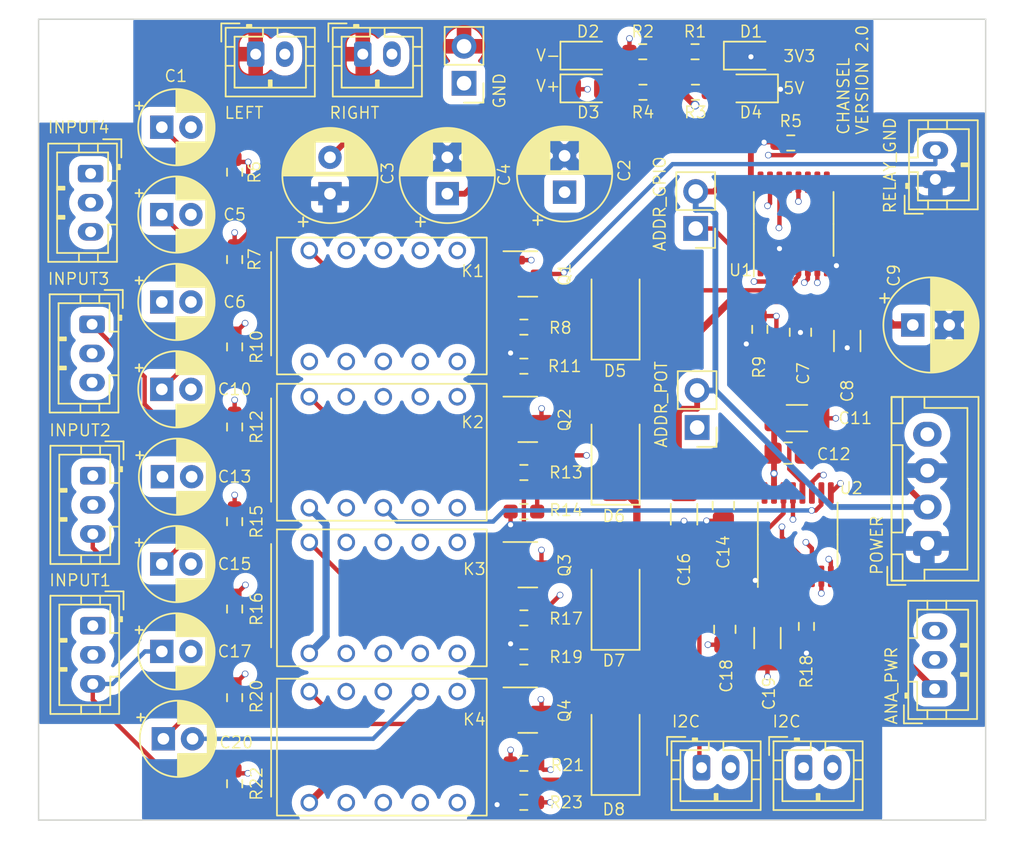
<source format=kicad_pcb>
(kicad_pcb (version 20240108) (generator "pcbnew") (generator_version "8.0")
  (layers (0 "F.Cu" signal) (1 "In1.Cu" signal) (2 "In2.Cu" signal) (31 "B.Cu" signal) (34 "B.Paste" user) (35 "F.Paste" user) (36 "B.SilkS" user "B.Silkscreen") (37 "F.SilkS" user "F.Silkscreen") (38 "B.Mask" user) (39 "F.Mask" user) (44 "Edge.Cuts" user))
  (net 0 "")
  (net 1 "SCL")
  (net 2 "SDA")
  (net 3 "GND")
  (net 4 "AGND")
  (net 5 "Net-(J5-Pin_1)")
  (net 6 "Net-(J5-Pin_3)")
  (net 7 "Net-(J7-Pin_1)")
  (net 8 "Net-(J7-Pin_3)")
  (net 9 "RCA1_L")
  (net 10 "RCA1_R")
  (net 11 "RCA2_L")
  (net 12 "RCA2_R")
  (net 13 "RCA3_L")
  (net 14 "RCA4_L")
  (net 15 "RCA4_R")
  (net 16 "FR_AIN")
  (net 17 "FL_AIN")
  (net 18 "FR_AV")
  (net 19 "FL_AV")
  (net 20 "3V3")
  (net 21 "5V")
  (net 22 "Net-(D5-A)")
  (net 23 "Net-(Q1-B)")
  (net 24 "Net-(Q2-B)")
  (net 25 "Net-(Q3-B)")
  (net 26 "Net-(Q4-B)")
  (net 27 "RCA4")
  (net 28 "RCA3")
  (net 29 "RCA2")
  (net 30 "RCA1")
  (net 31 "Net-(D1-A)")
  (net 32 "Net-(D2-A)")
  (net 33 "Net-(D3-A)")
  (net 34 "Net-(D4-A)")
  (net 35 "Net-(D6-A)")
  (net 36 "Net-(J10-Pin_3)")
  (net 37 "Net-(J10-Pin_1)")
  (net 38 "Net-(J11-Pin_3)")
  (net 39 "Net-(J11-Pin_1)")
  (net 42 "RCA3_R")
  (net 45 "V-")
  (net 46 "V+")
  (net 47 "Net-(D7-A)")
  (net 48 "Net-(D8-A)")
  (net 49 "REL_GND")
  (net 50 "CE")
  (net 51 "A0")
  (net 52 "GND_OUT")
  (net 53 "A0_2")
  (footprint "Connector_PinHeader_2.54mm:PinHeader_1x02_P2.54mm_Vertical" (layer "F.Cu") (at 115.6364 65.565 180)
    (property "Reference" "J3" (hide yes))
    (property "Value" "Conn_01x02_Male")
  )
  (footprint "Capacitor_THT:CP_Radial_D6.3mm_P2.50mm" (layer "F.Cu") (at 146.4364 82.165)
    (property "Reference" "C9")
    (property "Value" "470u")
  )
  (footprint "Resistor_SMD:R_0603_1608Metric_Pad0.98x0.95mm_HandSolder" (layer "F.Cu") (at 139.1364 102.865 -90)
    (property "Reference" "R18")
    (property "Value" "4.7K")
  )
  (footprint "Resistor_SMD:R_0603_1608Metric_Pad0.98x0.95mm_HandSolder" (layer "F.Cu") (at 99.8928 77.6708 -90)
    (property "Reference" "R7")
    (property "Value" "50k")
  )
  (footprint "Diode_SMD:D_SMA" (layer "F.Cu") (at 126.0364 90.9983 90)
    (property "Reference" "D6")
    (property "Value" "1N4001")
  )
  (footprint "Capacitor_SMD:C_1206_3216Metric_Pad1.33x1.80mm_HandSolder" (layer "F.Cu") (at 138.4864 88.565)
    (property "Reference" "C11")
    (property "Value" "47U")
  )
  (footprint "MountingHole:MountingHole_3.2mm_M3" (layer "F.Cu") (at 148.9364 113.665)
    (property "Reference" "H4" (hide yes))
    (property "Value" "MountingHole")
  )
  (footprint "Diode_SMD:D_SMA" (layer "F.Cu") (at 126.0364 81.0317 90)
    (property "Reference" "D5")
    (property "Value" "1N4001")
  )
  (footprint "Capacitor_SMD:C_1206_3216Metric_Pad1.33x1.80mm_HandSolder" (layer "F.Cu") (at 136.4614 103.665 -90)
    (property "Reference" "C19")
    (property "Value" "47U")
  )
  (footprint "Resistor_SMD:R_0603_1608Metric_Pad0.98x0.95mm_HandSolder" (layer "F.Cu") (at 119.7439 84.9933)
    (property "Reference" "R11")
    (property "Value" "4.7K")
  )
  (footprint "LED_SMD:LED_0805_2012Metric_Pad1.15x1.40mm_HandSolder" (layer "F.Cu") (at 124.1114 63.665)
    (property "Reference" "D2")
    (property "Value" "BLUE")
  )
  (footprint "Resistor_SMD:R_0603_1608Metric_Pad0.98x0.95mm_HandSolder" (layer "F.Cu") (at 99.8928 101.6708 -90)
    (property "Reference" "R16")
    (property "Value" "50k")
  )
  (footprint "Diode_SMD:D_SMA" (layer "F.Cu") (at 126.0364 100.965 90)
    (property "Reference" "D7")
    (property "Value" "1N4001")
  )
  (footprint "Connector_JST:JST_PH_B3B-PH-K_1x03_P2.00mm_Vertical" (layer "F.Cu") (at 90.1064 82.1183 -90)
    (property "Reference" "J7" (hide yes))
    (property "Value" "Conn_01x03_Pin")
  )
  (footprint "Resistor_SMD:R_0603_1608Metric_Pad0.98x0.95mm_HandSolder" (layer "F.Cu") (at 119.7364 114.9483)
    (property "Reference" "R23")
    (property "Value" "4.7K")
  )
  (footprint "Resistor_SMD:R_0603_1608Metric_Pad0.98x0.95mm_HandSolder" (layer "F.Cu") (at 138.0614 69.665 180)
    (property "Reference" "R5")
    (property "Value" "4.7K")
  )
  (footprint "Resistor_SMD:R_0603_1608Metric_Pad0.98x0.95mm_HandSolder" (layer "F.Cu") (at 119.7439 82.3117 180)
    (property "Reference" "R8")
    (property "Value" "1K")
  )
  (footprint "Components:KEMET EA2" (layer "F.Cu") (at 110.0964 100.905)
    (property "Reference" "K3")
    (property "Value" "EA2-5NU")
  )
  (footprint "Resistor_SMD:R_0603_1608Metric_Pad0.98x0.95mm_HandSolder" (layer "F.Cu") (at 99.8928 95.6708 -90)
    (property "Reference" "R15")
    (property "Value" "50k")
  )
  (footprint "Resistor_SMD:R_0603_1608Metric_Pad0.98x0.95mm_HandSolder" (layer "F.Cu") (at 119.7439 92.2967 180)
    (property "Reference" "R13")
    (property "Value" "1K")
  )
  (footprint "Resistor_SMD:R_0603_1608Metric_Pad0.98x0.95mm_HandSolder" (layer "F.Cu") (at 127.9022 63.4)
    (property "Reference" "R2")
    (property "Value" "1k")
  )
  (footprint "LED_SMD:LED_0805_2012Metric_Pad1.15x1.40mm_HandSolder" (layer "F.Cu") (at 135.3289 63.665)
    (property "Reference" "D1")
    (property "Value" "YELLOW")
  )
  (footprint "Resistor_SMD:R_0603_1608Metric_Pad0.98x0.95mm_HandSolder" (layer "F.Cu") (at 131.5197 66.1829)
    (property "Reference" "R3")
    (property "Value" "670R")
  )
  (footprint "Capacitor_THT:CP_Radial_D5.0mm_P2.00mm" (layer "F.Cu") (at 94.8928 86.5833)
    (property "Reference" "C10")
    (property "Value" "10u")
  )
  (footprint "Package_SO:TSSOP-16_4.4x5mm_P0.65mm" (layer "F.Cu") (at 138.2614 75.2275 90)
    (property "Reference" "U1")
    (property "Value" "TCA9554PW")
  )
  (footprint "MountingHole:MountingHole_3.2mm_M3" (layer "F.Cu") (at 88.9364 63.665)
    (property "Reference" "H1" (hide yes))
    (property "Value" "MountingHole")
  )
  (footprint "Resistor_SMD:R_0603_1608Metric_Pad0.98x0.95mm_HandSolder" (layer "F.Cu") (at 119.7439 104.9633)
    (property "Reference" "R19")
    (property "Value" "4.7K")
  )
  (footprint "Resistor_SMD:R_0603_1608Metric_Pad0.98x0.95mm_HandSolder" (layer "F.Cu") (at 99.8928 83.6708 -90)
    (property "Reference" "R10")
    (property "Value" "50k")
  )
  (footprint "Connector_JST:JST_XH_B4B-XH-A_1x04_P2.50mm_Vertical" (layer "F.Cu") (at 147.4364 97.165 90)
    (property "Reference" "J9" (hide yes))
    (property "Value" "Conn_01x04_Pin")
  )
  (footprint "Resistor_SMD:R_0603_1608Metric_Pad0.98x0.95mm_HandSolder" (layer "F.Cu") (at 99.8928 89.1708 -90)
    (property "Reference" "R12")
    (property "Value" "50k")
  )
  (footprint "Package_TO_SOT_SMD:SOT-23" (layer "F.Cu") (at 120.0139 88.645)
    (property "Reference" "Q2")
    (property "Value" "BC859")
  )
  (footprint "Connector_JST:JST_PH_B3B-PH-K_1x03_P2.00mm_Vertical" (layer "F.Cu") (at 90.1564 92.5183 -90)
    (property "Reference" "J10" (hide yes))
    (property "Value" "Conn_01x03_Pin")
  )
  (footprint "Connector_JST:JST_PH_B2B-PH-K_1x02_P2.00mm_Vertical" (layer "F.Cu") (at 147.9864 72.165 90)
    (property "Reference" "J4" (hide yes))
    (property "Value" "Conn_01x02_Pin")
  )
  (footprint "Capacitor_THT:CP_Radial_D5.0mm_P2.00mm" (layer "F.Cu") (at 94.8928 80.5833)
    (property "Reference" "C6")
    (property "Value" "10u")
  )
  (footprint "Connector_JST:JST_PH_B3B-PH-K_1x03_P2.00mm_Vertical" (layer "F.Cu") (at 90.1564 102.8183 -90)
    (property "Reference" "J11" (hide yes))
    (property "Value" "Conn_01x03_Pin")
  )
  (footprint "LED_SMD:LED_0805_2012Metric_Pad1.15x1.40mm_HandSolder" (layer "F.Cu") (at 124.1114 65.9179)
    (property "Reference" "D3")
    (property "Value" "YELLOW")
  )
  (footprint "LED_SMD:LED_0805_2012Metric_Pad1.15x1.40mm_HandSolder" (layer "F.Cu") (at 135.3239 65.9179 180)
    (property "Reference" "D4")
    (property "Value" "BLUE")
  )
  (footprint "Capacitor_THT:CP_Radial_D5.0mm_P2.00mm" (layer "F.Cu") (at 94.8928 104.5833)
    (property "Reference" "C17")
    (property "Value" "10u")
  )
  (footprint "Capacitor_THT:CP_Radial_D6.3mm_P2.50mm" (layer "F.Cu") (at 122.5364 73.0474 90)
    (property "Reference" "C2")
    (property "Value" "470u")
  )
  (footprint "Resistor_SMD:R_0603_1608Metric_Pad0.98x0.95mm_HandSolder" (layer "F.Cu") (at 131.4931 63.4)
    (property "Reference" "R1")
    (property "Value" "430R")
  )
  (footprint "Capacitor_SMD:C_1206_3216Metric_Pad1.33x1.80mm_HandSolder" (layer "F.Cu") (at 130.7364 95.165 -90)
    (property "Reference" "C16")
    (property "Value" "10U")
  )
  (footprint "Connector_PinHeader_2.54mm:PinHeader_1x02_P2.54mm_Vertical" (layer "F.Cu") (at 131.6364 89.205 180)
    (property "Reference" "J8" (hide yes))
    (property "Value" "Conn_01x02_Pin")
  )
  (footprint "Resistor_SMD:R_0603_1608Metric_Pad0.98x0.95mm_HandSolder" (layer "F.Cu") (at 99.8928 107.7583 -90)
    (property "Reference" "R20")
    (property "Value" "50k")
  )
  (footprint "Capacitor_THT:CP_Radial_D5.0mm_P2.00mm" (layer "F.Cu") (at 94.9377 92.5833)
    (property "Reference" "C13")
    (property "Value" "10u")
  )
  (footprint "Package_SO:TSSOP-16_4.4x5mm_P0.65mm" (layer "F.Cu") (at 138.5364 96.565 90)
    (property "Reference" "U2")
    (property "Value" "DS1882E")
  )
  (footprint "Package_TO_SOT_SMD:SOT-23" (layer "F.Cu") (at 120.0139 98.63)
    (property "Reference" "Q3")
    (property "Value" "BC859")
  )
  (footprint "Capacitor_SMD:C_0805_2012Metric_Pad1.18x1.45mm_HandSolder" (layer "F.Cu") (at 137.8864 90.965)
    (property "Reference" "C12")
    (property "Value" "0.1U")
  )
  (footprint "Components:KEMET EA2" (layer "F.Cu") (at 110.0964 111.155)
    (property "Reference" "K4")
    (property "Value" "EA2-5NU")
  )
  (footprint "Package_TO_SOT_SMD:SOT-23" (layer "F.Cu") (at 120.0139 108.615)
    (property "Reference" "Q4")
    (property "Value" "BC859")
  )
  (footprint "Capacitor_THT:CP_Radial_D5.0mm_P2.00mm" (layer "F.Cu") (at 95.0013 110.5833)
    (property "Reference" "C20")
    (property "Value" "10u")
  )
  (footprint "Capacitor_THT:CP_Radial_D5.0mm_P2.00mm" (layer "F.Cu") (at 94.8928 68.5833)
    (property "Reference" "C1")
    (property "Value" "10u")
  )
  (footprint "Resistor_SMD:R_0603_1608Metric_Pad0.98x0.95mm_HandSolder" (layer "F.Cu") (at 99.8928 113.6708 -90)
    (property "Reference" "R22")
    (property "Value" "50k")
  )
  (footprint "Capacitor_SMD:C_1206_3216Metric_Pad1.33x1.80mm_HandSolder" (layer "F.Cu") (at 141.9364 83.265 -90)
    (property "Reference" "C8")
    (property "Value" "10U")
  )
  (footprint "Capacitor_SMD:C_0805_2012Metric_Pad1.18x1.45mm_HandSolder" (layer "F.Cu") (at 133.5364 103.065 -90)
    (property "Reference" "C18")
    (property "Value" "0.1U")
  )
  (footprint "Resistor_SMD:R_0603_1608Metric_Pad0.98x0.95mm_HandSolder" (layer "F.Cu") (at 119.7439 94.9783)
    (property "Reference" "R14")
    (property "Value" "4.7K")
  )
  (footprint "Components:KEMET EA2" (layer "F.Cu") (at 110.0964 90.905)
    (property "Reference" "K2")
    (property "Value" "EA2-5NU")
  )
  (footprint "Capacitor_SMD:C_0805_2012Metric_Pad1.18x1.45mm_HandSolder" (layer "F.Cu") (at 133.4364 94.565 -90)
    (property "Reference" "C14")
    (property "Value" "0.1U")
  )
  (footprint "Connector_PinHeader_2.54mm:PinHeader_1x02_P2.54mm_Vertical" (layer "F.Cu") (at 131.5364 75.54 180)
    (property "Reference" "J6" (hide yes))
    (property "Value" "Conn_01x02_Pin")
  )
  (footprint "Connector_JST:JST_PH_B2B-PH-K_1x02_P2.00mm_Vertical" (layer "F.Cu") (at 138.9364 112.565)
    (property "Reference" "J14" (hide yes))
    (property "Value" "Conn_01x02_Male")
  )
  (footprint "Connector_JST:JST_PH_B2B-PH-K_1x02_P2.00mm_Vertical" (layer "F.Cu") (at 108.6864 63.565)
    (property "Reference" "J2" (hide yes))
    (property "Value" "Conn_01x02_Pin")
  )
  (footprint "MountingHole:MountingHole_3.2mm_M3" (layer "F.Cu") (at 88.9364 113.665)
    (property "Reference" "H3" (hide yes))
    (property "Value" "MountingHole")
  )
  (footprint "Resistor_SMD:R_0603_1608Metric_Pad0.98x0.95mm_HandSolder" (layer "F.Cu") (at 127.9156 66.1829)
    (property "Reference" "R4")
    (property "Value" "1.25k")
  )
  (footprint "MountingHole:MountingHole_3.2mm_M3" (layer "F.Cu") (at 148.9364 63.665)
    (property "Reference" "H2" (hide yes))
    (property "Value" "MountingHole")
  )
  (footprint "Connector_JST:JST_PH_B2B-PH-K_1x02_P2.00mm_Vertical" (layer "F.Cu") (at 101.3364 63.565)
    (property "Reference" "J1" (hide yes))
    (property "Value" "Conn_01x02_Pin")
  )
  (footprint "Resistor_SMD:R_0603_1608Metric_Pad0.98x0.95mm_HandSolder" (layer "F.Cu") (at 135.9364 82.465 90)
    (property "Reference" "R9")
    (property "Value" "4.7K")
  )
  (footprint "Connector_JST:JST_PH_B2B-PH-K_1x02_P2.00mm_Vertical" (layer "F.Cu") (at 131.9364 112.565)
    (property "Reference" "J13" (hide yes))
    (property "Value" "Conn_01x02_Male")
  )
  (footprint "Capacitor_SMD:C_0805_2012Metric_Pad1.18x1.45mm_HandSolder" (layer "F.Cu") (at 138.7264 82.665 -90)
    (property "Reference" "C7")
    (property "Value" "0.1U")
  )
  (footprint "Components:KEMET EA2" (layer "F.Cu") (at 110.0964 80.8583)
    (property "Reference" "K1")
    (property "Value" "EA2-5NU")
  )
  (footprint "Capacitor_THT:CP_Radial_D6.3mm_P2.50mm" (layer "F.Cu") (at 106.4364 73.1507 90)
    (property "Reference" "C3")
    (property "Value" "470u")
  )
  (footprint "Capacitor_THT:CP_Radial_D6.3mm_P2.50mm" (layer "F.Cu") (at 114.4864 73.1507 90)
    (property "Reference" "C4")
    (property "Value" "470u")
  )
  (footprint "Resistor_SMD:R_0603_1608Metric_Pad0.98x0.95mm_HandSolder" (layer "F.Cu") (at 99.8928 71.6708 -90)
    (property "Reference" "R6")
    (property "Value" "50k")
  )
  (footprint "Package_TO_SOT_SMD:SOT-23" (layer "F.Cu") (at 120.0139 78.66)
    (property "Reference" "Q1")
    (property "Value" "BC859")
  )
  (footprint "Resistor_SMD:R_0603_1608Metric_Pad0.98x0.95mm_HandSolder" (layer "F.Cu") (at 119.7439 102.2816 180)
    (property "Reference" "R17")
    (property "Value" "1K")
  )
  (footprint "Connector_JST:JST_PH_B3B-PH-K_1x03_P2.00mm_Vertical" (layer "F.Cu") (at 147.9364 107.165 90)
    (property "Reference" "J12" (hide yes))
    (property "Value" "Conn_01x03_Male")
  )
  (footprint "Capacitor_THT:CP_Radial_D5.0mm_P2.00mm" (layer "F.Cu") (at 94.8928 98.5833)
    (property "Reference" "C15")
    (property "Value" "10u")
  )
  (footprint "Capacitor_THT:CP_Radial_D5.0mm_P2.00mm" (layer "F.Cu") (at 94.8928 74.5833)
    (property "Reference" "C5")
    (property "Value" "10u")
  )
  (footprint "Diode_SMD:D_SMA" (layer "F.Cu") (at 126.0364 110.9317 90)
    (property "Reference" "D8")
    (property "Value" "1N4001")
  )
  (footprint "Resistor_SMD:R_0603_1608Metric_Pad0.98x0.95mm_HandSolder" (layer "F.Cu") (at 119.7439 112.2666 180)
    (property "Reference" "R21")
    (property "Value" "1K")
  )
  (footprint "Connector_JST:JST_PH_B3B-PH-K_1x03_P2.00mm_Vertical" (layer "F.Cu") (at 90.0064 71.7683 -90)
    (property "Reference" "J5" (hide yes))
    (property "Value" "Conn_01x03_Pin")
  )
  (gr_line (start 86.4364 61.165) (end 151.4364 61.165) (stroke (width 0.1)) (layer "Edge.Cuts"))
  (gr_line (start 86.4364 61.165) (end 86.4364 116.165) (stroke (width 0.1)) (layer "Edge.Cuts"))
  (gr_line (start 151.4364 116.165) (end 86.4364 116.165) (stroke (width 0.1)) (layer "Edge.Cuts"))
  (gr_line (start 151.4364 61.165) (end 151.4364 116.165) (stroke (width 0.1)) (layer "Edge.Cuts"))
  (gr_text "POWER" (at 144.4364 99.39 90) (layer "F.SilkS") (effects (font (size 0.8 0.8) (thickness 0.1)) (justify left bottom)))
  (gr_text "V+" (at 120.5114 66.2179 0) (layer "F.SilkS") (effects (font (size 0.8 0.8) (thickness 0.1)) (justify left bottom)))
  (gr_text "RELAY_GND" (at 145.3364 74.565 90) (layer "F.SilkS") (effects (font (size 0.8 0.8) (thickness 0.1)) (justify left bottom)))
  (gr_text "RIGHT" (at 106.3364 68.065 0) (layer "F.SilkS") (effects (font (size 0.8 0.8) (thickness 0.1)) (justify left bottom)))
  (gr_text "I2C" (at 129.8364 109.865 0) (layer "F.SilkS") (effects (font (size 0.8 0.8) (thickness 0.1)) (justify left bottom)))
  (gr_text "ADDR_GPIO" (at 129.5364 77.165 90) (layer "F.SilkS") (effects (font (size 0.8 0.8) (thickness 0.1)) (justify left bottom)))
  (gr_text "ANA_PWR" (at 145.4364 109.665 90) (layer "F.SilkS") (effects (font (size 0.8 0.8) (thickness 0.1)) (justify left bottom)))
  (gr_text "INPUT4" (at 87.0064 69.0683 0) (layer "F.SilkS") (effects (font (size 0.8 0.8) (thickness 0.1)) (justify left bottom)))
  (gr_text "V-" (at 120.5114 64.1179 0) (layer "F.SilkS") (effects (font (size 0.8 0.8) (thickness 0.1)) (justify left bottom)))
  (gr_text "INPUT3" (at 87.0064 79.4683 0) (layer "F.SilkS") (effects (font (size 0.8 0.8) (thickness 0.1)) (justify left bottom)))
  (gr_text "GND" (at 118.5364 67.365 90) (layer "F.SilkS") (effects (font (size 0.8 0.8) (thickness 0.1)) (justify left bottom)))
  (gr_text "3V3" (at 137.4864 64.1679 0) (layer "F.SilkS") (effects (font (size 0.8 0.8) (thickness 0.1)) (justify left bottom)))
  (gr_text "INPUT2" (at 87.1064 89.8683 0) (layer "F.SilkS") (effects (font (size 0.8 0.8) (thickness 0.1)) (justify left bottom)))
  (gr_text "LEFT" (at 99.1364 68.065 0) (layer "F.SilkS") (effects (font (size 0.8 0.8) (thickness 0.1)) (justify left bottom)))
  (gr_text "5V\n" (at 137.4864 66.3679 0) (layer "F.SilkS") (effects (font (size 0.8 0.8) (thickness 0.1)) (justify left bottom)))
  (gr_text "INPUT1" (at 87.1064 100.1683 0) (layer "F.SilkS") (effects (font (size 0.8 0.8) (thickness 0.1)) (justify left bottom)))
  (gr_text "ADDR_POT" (at 129.6364 90.655 90) (layer "F.SilkS") (effects (font (size 0.8 0.8) (thickness 0.1)) (justify left bottom)))
  (gr_text "CHANSEL\nVERSION 2.0" (at 143.4364 69.165 90) (layer "F.SilkS") (effects (font (size 0.8 0.8) (thickness 0.1)) (justify left bottom)))
  (gr_text "I2C" (at 136.7364 109.865 0) (layer "F.SilkS") (effects (font (size 0.8 0.8) (thickness 0.1)) (justify left bottom)))
  (segment (start 137.5614 93.7025) (end 137.5614 95.102) (width 0.3) (layer "F.Cu") (net 1))
  (segment (start 137.5614 95.102) (end 131.7912 100.8722) (width 0.3) (layer "F.Cu") (net 1))
  (segment (start 131.7912 100.8722) (end 131.7912 112.4198) (width 0.3) (layer "F.Cu") (net 1))
  (segment (start 137.2864 72.365) (end 137.2864 75.4564) (width 0.3) (layer "F.Cu") (net 1))
  (segment (start 137.2864 75.4564) (end 137.25 75.4928) (width 0.3) (layer "F.Cu") (net 1))
  (via (at 137.25 75.4928) (size 0.45) (drill 0.35) (layers "F.Cu" "B.Cu") (net 1))
  (segment (start 136.4688 73.9794) (end 136.6364 73.8118) (width 0.3) (layer "F.Cu") (net 2))
  (segment (start 136.6364 73.8118) (end 136.6364 72.365) (width 0.3) (layer "F.Cu") (net 2))
  (segment (start 138.2114 93.7025) (end 138.2114 95.5156) (width 0.3) (layer "F.Cu") (net 2))
  (segment (start 138.2114 95.5156) (end 138.2103 95.5167) (width 0.3) (layer "F.Cu") (net 2))
  (via (at 138.2103 95.5167) (size 0.45) (drill 0.35) (layers "F.Cu" "B.Cu") (net 2))
  (via (at 136.4688 73.9794) (size 0.45) (drill 0.35) (layers "F.Cu" "B.Cu") (net 2))
  (segment (start 138.7264 83.7025) (end 138.7264 82.6805) (width 0.3) (layer "F.Cu") (net 3))
  (segment (start 136.2614 99.4275) (end 136.9114 99.4275) (width 0.3) (layer "F.Cu") (net 3))
  (segment (start 132.2821 95.6132) (end 133.4257 95.6132) (width 0.3) (layer "F.Cu") (net 3))
  (segment (start 136.9114 99.4275) (end 137.5614 99.4275) (width 0.3) (layer "F.Cu") (net 3))
  (segment (start 135.0087 83.4668) (end 135.8471 83.4668) (width 0.3) (layer "F.Cu") (net 3))
  (segment (start 137.3555 65.9763) (end 136.4073 65.9763) (width 0.3) (layer "F.Cu") (net 3))
  (segment (start 118.8314 104.0601) (end 118.8314 104.9633) (width 0.3) (layer "F.Cu") (net 3))
  (segment (start 135.9839 99.705) (end 136.2614 99.4275) (width 0.3) (layer "F.Cu") (net 3))
  (segment (start 118.8314 94.9783) (end 118.8314 95.8837) (width 0.3) (layer "F.Cu") (net 3))
  (segment (start 118.8314 84.0901) (end 118.8314 84.9933) (width 0.3) (layer "F.Cu") (net 3))
  (segment (start 139.1364 103.7775) (end 139.1364 104.6975) (width 0.3) (layer "F.Cu") (net 3))
  (segment (start 137.2864 78.09) (end 137.2864 76.92) (width 0.3) (layer "F.Cu") (net 3))
  (segment (start 136.6364 78.09) (end 137.2864 78.09) (width 0.3) (layer "F.Cu") (net 3))
  (segment (start 135.6259 99.705) (end 135.9839 99.705) (width 0.3) (layer "F.Cu") (net 3))
  (segment (start 141.9364 84.8275) (end 141.9364 83.7319) (width 0.3) (layer "F.Cu") (net 3))
  (segment (start 130.7364 96.7275) (end 130.7364 95.6278) (width 0.3) (layer "F.Cu") (net 3))
  (segment (start 117.9058 115.106) (end 118.6662 115.106) (width 0.3) (layer "F.Cu") (net 3))
  (segment (start 140.5364 78.09) (end 141.1953 78.09) (width 0.3) (layer "F.Cu") (net 3))
  (segment (start 134.3859 63.747) (end 135.3278 63.747) (width 0.3) (layer "F.Cu") (net 3))
  (segment (start 136.2298 69.6128) (end 137.0967 69.6128) (width 0.3) (layer "F.Cu") (net 3))
  (via (at 137.3555 65.9763) (size 0.45) (drill 0.35) (layers "F.Cu" "B.Cu") (net 3))
  (via (at 132.2821 95.6132) (size 0.45) (drill 0.35) (layers "F.Cu" "B.Cu") (net 3))
  (via (at 136.2298 69.6128) (size 0.45) (drill 0.35) (layers "F.Cu" "B.Cu") (net 3))
  (via (at 141.1953 78.09) (size 0.45) (drill 0.35) (layers "F.Cu" "B.Cu") (net 3))
  (via (at 118.8314 84.0901) (size 0.45) (drill 0.35) (layers "F.Cu" "B.Cu") (net 3))
  (via (at 137.2864 76.92) (size 0.45) (drill 0.35) (layers "F.Cu" "B.Cu") (net 3))
  (via (at 135.3278 63.747) (size 0.45) (drill 0.35) (layers "F.Cu" "B.Cu") (net 3))
  (via (at 141.9364 83.7319) (size 0.45) (drill 0.35) (layers "F.Cu" "B.Cu") (net 3))
  (via (at 135.0087 83.4668) (size 0.45) (drill 0.35) (layers "F.Cu" "B.Cu") (net 3))
  (via (at 139.1364 104.6975) (size 0.45) (drill 0.35) (layers "F.Cu" "B.Cu") (net 3))
  (via (at 130.7364 95.6278) (size 0.45) (drill 0.35) (layers "F.Cu" "B.Cu") (net 3))
  (via (at 118.8314 95.8837) (size 0.45) (drill 0.35) (layers "F.Cu" "B.Cu") (net 3))
  (via (at 135.6259 99.705) (size 0.45) (drill 0.35) (layers "F.Cu" "B.Cu") (net 3))
  (via (at 138.7264 82.6805) (size 0.45) (drill 0.35) (layers "F.Cu" "B.Cu") (net 3))
  (via (at 118.8314 104.0601) (size 0.45) (drill 0.35) (layers "F.Cu" "B.Cu") (net 3))
  (via (at 117.9058 115.106) (size 0.45) (drill 0.35) (layers "F.Cu" "B.Cu") (net 3))
  (segment (start 126.9897 63.4) (end 126.9897 62.494) (width 0.3) (layer "F.Cu") (net 4))
  (segment (start 100.7963 112.953) (end 100.0875 112.953) (width 0.3) (layer "F.Cu") (net 4))
  (segment (start 100.6332 100.0179) (end 99.8928 100.7583) (width 0.3) (layer "F.Cu") (net 4))
  (segment (start 99.8928 76.7583) (end 99.8928 75.8202) (width 0.3) (layer "F.Cu") (net 4))
  (segment (start 100.6101 82.041) (end 99.8928 82.7583) (width 0.3) (layer "F.Cu") (net 4))
  (segment (start 99.8928 88.2583) (end 99.8928 87.3147) (width 0.3) (layer "F.Cu") (net 4))
  (segment (start 136.4614 106.323) (end 136.4614 105.2275) (width 0.3) (layer "F.Cu") (net 4))
  (segment (start 100.8224 70.9688) (end 100.1033 70.9688) (width 0.3) (layer "F.Cu") (net 4))
  (segment (start 99.8928 106.8458) (end 100.6125 106.1261) (width 0.3) (layer "F.Cu") (net 4))
  (segment (start 140.0489 88.565) (end 140.0489 89.84) (width 0.3) (layer "F.Cu") (net 4))
  (segment (start 132.3761 104.121) (end 133.5179 104.121) (width 0.3) (layer "F.Cu") (net 4))
  (segment (start 140.0489 89.84) (end 138.9239 90.965) (width 0.3) (layer "F.Cu") (net 4))
  (segment (start 99.8928 76.7583) (end 100.8224 75.8287) (width 0.3) (layer "F.Cu") (net 4))
  (segment (start 140.1614 99.4275) (end 140.1614 100.5947) (width 0.3) (layer "F.Cu") (net 4))
  (segment (start 124.11 65.9763) (end 123.1448 65.9763) (width 0.3) (layer "F.Cu") (net 4))
  (segment (start 99.8928 94.7583) (end 99.8928 93.8411) (width 0.3) (layer "F.Cu") (net 4))
  (segment (start 141.1483 88.5733) (end 140.0572 88.5733) (width 0.3) (layer "F.Cu") (net 4))
  (segment (start 141.4701 93.0438) (end 140.8114 93.7025) (width 0.3) (layer "F.Cu") (net 4))
  (segment (start 100.8224 75.8287) (end 100.8224 70.9688) (width 0.3) (layer "F.Cu") (net 4))
  (via (at 141.1483 88.5733) (size 0.45) (drill 0.35) (layers "F.Cu" "B.Cu") (net 4))
  (via (at 126.9897 62.494) (size 0.45) (drill 0.35) (layers "F.Cu" "B.Cu") (net 4))
  (via (at 100.6332 100.0179) (size 0.45) (drill 0.35) (layers "F.Cu" "B.Cu") (net 4))
  (via (at 124.11 65.9763) (size 0.45) (drill 0.35) (layers "F.Cu" "B.Cu") (net 4))
  (via (at 99.8928 87.3147) (size 0.45) (drill 0.35) (layers "F.Cu" "B.Cu") (net 4))
  (via (at 99.8928 93.8411) (size 0.45) (drill 0.35) (layers "F.Cu" "B.Cu") (net 4))
  (via (at 99.8928 75.8202) (size 0.45) (drill 0.35) (layers "F.Cu" "B.Cu") (net 4))
  (via (at 100.6101 82.041) (size 0.45) (drill 0.35) (layers "F.Cu" "B.Cu") (net 4))
  (via (at 141.4701 93.0438) (size 0.45) (drill 0.35) (layers "F.Cu" "B.Cu") (net 4))
  (via (at 132.3761 104.121) (size 0.45) (drill 0.35) (layers "F.Cu" "B.Cu") (net 4))
  (via (at 100.8224 70.9688) (size 0.45) (drill 0.35) (layers "F.Cu" "B.Cu") (net 4))
  (via (at 136.4614 106.323) (size 0.45) (drill 0.35) (layers "F.Cu" "B.Cu") (net 4))
  (via (at 140.1614 100.5947) (size 0.45) (drill 0.35) (layers "F.Cu" "B.Cu") (net 4))
  (via (at 100.7963 112.953) (size 0.45) (drill 0.35) (layers "F.Cu" "B.Cu") (net 4))
  (via (at 100.6125 106.1261) (size 0.45) (drill 0.35) (layers "F.Cu" "B.Cu") (net 4))
  (segment (start 94.8928 68.5833) (end 98.8928 72.5833) (width 0.3) (layer "F.Cu") (net 5))
  (segment (start 98.8928 72.5833) (end 99.8928 72.5833) (width 0.3) (layer "F.Cu") (net 5))
  (segment (start 98.8928 78.5833) (end 99.8928 78.5833) (width 0.3) (layer "F.Cu") (net 6))
  (segment (start 94.8928 74.5833) (end 98.8928 78.5833) (width 0.3) (layer "F.Cu") (net 6))
  (segment (start 93.7151 85.727) (end 93.7151 87.6083) (width 0.3) (layer "F.Cu") (net 7))
  (segment (start 93.7151 87.6083) (end 96.1901 90.0833) (width 0.3) (layer "F.Cu") (net 7))
  (segment (start 96.1901 90.0833) (end 99.8928 90.0833) (width 0.3) (layer "F.Cu") (net 7))
  (segment (start 90.1064 82.1183) (end 93.7151 85.727) (width 0.3) (layer "F.Cu") (net 7))
  (segment (start 96.8928 84.5833) (end 99.8928 84.5833) (width 0.3) (layer "F.Cu") (net 8))
  (segment (start 94.8928 86.5833) (end 96.8928 84.5833) (width 0.3) (layer "F.Cu") (net 8))
  (segment (start 109.3981 110.5833) (end 112.6364 107.345) (width 0.3) (layer "B.Cu") (net 9))
  (segment (start 97.0013 110.5833) (end 109.3981 110.5833) (width 0.3) (layer "B.Cu") (net 9))
  (segment (start 140.1614 94.5124) (end 139.7718 94.902) (width 0.3) (layer "F.Cu") (net 16))
  (segment (start 140.1614 93.7025) (end 140.1614 94.5124) (width 0.3) (layer "F.Cu") (net 16))
  (segment (start 139.7718 94.902) (end 139.4951 94.902) (width 0.3) (layer "F.Cu") (net 16))
  (via (at 139.4951 94.902) (size 0.45) (drill 0.35) (layers "F.Cu" "B.Cu") (net 16))
  (segment (start 117.6309 95.6669) (end 118.3958 94.902) (width 0.3) (layer "B.Cu") (net 16))
  (segment (start 111.0483 95.6669) (end 117.6309 95.6669) (width 0.3) (layer "B.Cu") (net 16))
  (segment (start 118.3958 94.902) (end 139.4951 94.902) (width 0.3) (layer "B.Cu") (net 16))
  (segment (start 110.0964 94.715) (end 111.0483 95.6669) (width 0.3) (layer "B.Cu") (net 16))
  (segment (start 140.8114 98.3915) (end 140.6683 98.2484) (width 0.3) (layer "F.Cu") (net 17))
  (segment (start 140.8114 99.4275) (end 140.8114 98.3915) (width 0.3) (layer "F.Cu") (net 17))
  (via (at 140.6683 98.2484) (size 0.45) (drill 0.35) (layers "F.Cu" "B.Cu") (net 17))
  (segment (start 139.5114 92.9579) (end 139.9985 92.4708) (width 0.3) (layer "F.Cu") (net 18))
  (segment (start 139.5114 93.7025) (end 139.5114 92.9579) (width 0.3) (layer "F.Cu") (net 18))
  (segment (start 139.9985 92.4708) (end 140.3035 92.4708) (width 0.3) (layer "F.Cu") (net 18))
  (via (at 140.3035 92.4708) (size 0.45) (drill 0.35) (layers "F.Cu" "B.Cu") (net 18))
  (segment (start 139.5114 99.4275) (end 139.5114 97.5051) (width 0.3) (layer "F.Cu") (net 19))
  (segment (start 139.5114 97.5051) (end 139.0978 97.0915) (width 0.3) (layer "F.Cu") (net 19))
  (via (at 139.0978 97.0915) (size 0.45) (drill 0.35) (layers "F.Cu" "B.Cu") (net 19))
  (segment (start 136.0864 93.5275) (end 136.2614 93.7025) (width 0.4) (layer "F.Cu") (net 20))
  (segment (start 131.6364 87.9169) (end 130.6192 87.9169) (width 0.4) (layer "F.Cu") (net 20))
  (segment (start 134.8857 64.8047) (end 131.9853 64.8047) (width 0.4) (layer "F.Cu") (net 20))
  (segment (start 131.9853 64.8047) (end 130.5806 63.4) (width 0.4) (layer "F.Cu") (net 20))
  (segment (start 130.3845 88.1516) (end 130.3845 93.1006) (width 0.4) (layer "F.Cu") (net 20))
  (segment (start 135.3239 72.365) (end 133.4233 72.365) (width 0.4) (layer "F.Cu") (net 20))
  (segment (start 131.6364 86.665) (end 131.6364 87.9169) (width 0.4) (layer "F.Cu") (net 20))
  (segment (start 133.4364 93.5275) (end 136.0864 93.5275) (width 0.4) (layer "F.Cu") (net 20))
  (segment (start 135.9864 72.365) (end 135.3239 72.365) (width 0.4) (layer "F.Cu") (net 20))
  (segment (start 141.9364 81.7025) (end 144.3811 84.1472) (width 0.4) (layer "F.Cu") (net 20))
  (segment (start 135.3239 65.2429) (end 134.8857 64.8047) (width 0.4) (layer "F.Cu") (net 20))
  (segment (start 135.3239 72.365) (end 135.3239 65.2429) (width 0.4) (layer "F.Cu") (net 20))
  (segment (start 144.3811 91.6097) (end 147.4364 94.665) (width 0.4) (layer "F.Cu") (net 20))
  (segment (start 144.3811 84.1472) (end 144.3811 91.6097) (width 0.4) (layer "F.Cu") (net 20))
  (segment (start 138.8014 81.7025) (end 141.9364 81.7025) (width 0.4) (layer "F.Cu") (net 20))
  (segment (start 130.6192 87.9169) (end 130.3845 88.1516) (width 0.4) (layer "F.Cu") (net 20))
  (segment (start 131.5364 73) (end 132.7883 73) (width 0.4) (layer "F.Cu") (net 20))
  (segment (start 133.4364 93.5275) (end 130.8114 93.5275) (width 0.4) (layer "F.Cu") (net 20))
  (segment (start 133.4233 72.365) (end 132.7883 73) (width 0.4) (layer "F.Cu") (net 20))
  (segment (start 130.3845 93.1006) (end 130.8114 93.5275) (width 0.4) (layer "F.Cu") (net 20))
  (segment (start 147.4364 94.665) (end 140.8883 94.665) (width 0.4) (layer "B.Cu") (net 20))
  (segment (start 132.8883 74.5352) (end 132.605 74.2519) (width 0.4) (layer "B.Cu") (net 20))
  (segment (start 131.6364 86.665) (end 132.8883 86.665) (width 0.4) (layer "B.Cu") (net 20))
  (segment (start 140.8883 94.665) (end 132.8883 86.665) (width 0.4) (layer "B.Cu") (net 20))
  (segment (start 132.8883 86.665) (end 132.8883 74.5352) (width 0.4) (layer "B.Cu") (net 20))
  (segment (start 131.5364 73) (end 131.5364 74.2519) (width 0.4) (layer "B.Cu") (net 20))
  (segment (start 132.605 74.2519) (end 131.5364 74.2519) (width 0.4) (layer "B.Cu") (net 20))
  (segment (start 146.4364 82.165) (end 145.0845 82.165) (width 0.5) (layer "F.Cu") (net 21))
  (segment (start 127.5008 111.4673) (end 126.0364 112.9317) (width 0.5) (layer "F.Cu") (net 21))
  (segment (start 129.9373 84.4846) (end 133.9348 80.4871) (width 0.5) (layer "F.Cu") (net 21))
  (segment (start 127.4893 84.4846) (end 129.9373 84.4846) (width 0.5) (layer "F.Cu") (net 21))
  (segment (start 125.4717 113.4964) (end 106.485 113.4964) (width 0.5) (layer "F.Cu") (net 21))
  (segment (start 143.4066 80.4871) (end 145.0845 82.165) (width 0.5) (layer "F.Cu") (net 21))
  (segment (start 127.4967 94.4586) (end 126.0364 92.9983) (width 0.5) (layer "F.Cu") (net 21))
  (segment (start 126.0364 102.965) (end 127.4967 101.5047) (width 0.5) (layer "F.Cu") (net 21))
  (segment (start 127.4967 101.5047) (end 127.4967 94.4586) (width 0.5) (layer "F.Cu") (net 21))
  (segment (start 127.4893 84.4846) (end 127.4893 91.5454) (width 0.5) (layer "F.Cu") (net 21))
  (segment (start 126.0364 102.965) (end 127.5008 104.4294) (width 0.5) (layer "F.Cu") (net 21))
  (segment (start 130.6072 66.1829) (end 131.4918 67.0675) (width 0.5) (layer "F.Cu") (net 21))
  (segment (start 106.485 113.4964) (end 105.0164 114.965) (width 0.5) (layer "F.Cu") (net 21))
  (segment (start 127.4893 91.5454) (end 126.0364 92.9983) (width 0.5) (layer "F.Cu") (net 21))
  (segment (start 127.5008 104.4294) (end 127.5008 111.4673) (width 0.5) (layer "F.Cu") (net 21))
  (segment (start 133.9348 80.4871) (end 143.4066 80.4871) (width 0.5) (layer "F.Cu") (net 21))
  (segment (start 126.0364 83.0317) (end 127.4893 84.4846) (width 0.5) (layer "F.Cu") (net 21))
  (via (at 131.4918 67.0675) (size 0.6) (drill 0.45) (layers "F.Cu" "B.Cu") (net 21))
  (segment (start 106.1691 103.5623) (end 106.1691 95.8677) (width 0.5) (layer "B.Cu") (net 21))
  (segment (start 105.0164 104.715) (end 106.1691 103.5623) (width 0.5) (layer "B.Cu") (net 21))
  (segment (start 106.1691 95.8677) (end 105.0164 94.715) (width 0.5) (layer "B.Cu") (net 21))
  (segment (start 107.5781 79.61) (end 119.0764 79.61) (width 0.3) (layer "F.Cu") (net 22))
  (segment (start 119.0764 79.61) (end 125.4581 79.61) (width 0.3) (layer "F.Cu") (net 22))
  (segment (start 105.0164 77.0483) (end 107.5781 79.61) (width 0.3) (layer "F.Cu") (net 22))
  (segment (start 118.8314 111.3501) (end 118.8314 112.2666) (width 0.3) (layer "F.Cu") (net 23))
  (segment (start 119.0764 77.71) (end 120.2499 77.71) (width 0.3) (layer "F.Cu") (net 23))
  (via (at 120.2499 77.71) (size 0.45) (drill 0.35) (layers "F.Cu" "B.Cu") (net 23))
  (via (at 118.8314 111.3501) (size 0.45) (drill 0.35) (layers "F.Cu" "B.Cu") (net 23))
  (segment (start 119.0764 87.695) (end 119.7439 87.0275) (width 0.3) (layer "F.Cu") (net 24))
  (segment (start 119.7439 83.2242) (end 118.8314 82.3117) (width 0.3) (layer "F.Cu") (net 24))
  (segment (start 119.7439 87.0275) (end 119.7439 83.2242) (width 0.3) (layer "F.Cu") (net 24))
  (segment (start 119.7439 93.2092) (end 118.8314 92.2967) (width 0.3) (layer "F.Cu") (net 25))
  (segment (start 119.0764 97.68) (end 119.7439 97.0125) (width 0.3) (layer "F.Cu") (net 25))
  (segment (start 119.7439 97.0125) (end 119.7439 93.2092) (width 0.3) (layer "F.Cu") (net 25))
  (segment (start 119.7439 103.1941) (end 118.8314 102.2816) (width 0.3) (layer "F.Cu") (net 26))
  (segment (start 119.7439 106.9975) (end 119.7439 103.1941) (width 0.3) (layer "F.Cu") (net 26))
  (segment (start 119.0764 107.665) (end 119.7439 106.9975) (width 0.3) (layer "F.Cu") (net 26))
  (segment (start 137.8987 78.1277) (end 137.8987 78.8665) (width 0.3) (layer "F.Cu") (net 27))
  (segment (start 137.8987 78.8665) (end 137.5835 79.1817) (width 0.3) (layer "F.Cu") (net 27))
  (segment (start 120.6489 114.9483) (end 121.5643 114.9483) (width 0.3) (layer "F.Cu") (net 27))
  (segment (start 137.5835 79.1817) (end 135.541 79.1817) (width 0.3) (layer "F.Cu") (net 27))
  (segment (start 121.5791 112.7059) (end 121.0957 112.7059) (width 0.3) (layer "F.Cu") (net 27))
  (segment (start 121.0957 112.7059) (end 120.6564 112.2666) (width 0.3) (layer "F.Cu") (net 27))
  (via (at 121.5643 114.9483) (size 0.45) (drill 0.35) (layers "F.Cu" "B.Cu") (net 27))
  (via (at 121.5791 112.7059) (size 0.45) (drill 0.35) (layers "F.Cu" "B.Cu") (net 27))
  (via (at 135.541 79.1817) (size 0.45) (drill 0.35) (layers "F.Cu" "B.Cu") (net 27))
  (segment (start 138.5864 78.8172) (end 138.5864 78.09) (width 0.3) (layer "F.Cu") (net 28))
  (segment (start 122.0072 80.9609) (end 130.8011 80.9609) (width 0.3) (layer "F.Cu") (net 28))
  (segment (start 120.6564 82.3117) (end 122.0072 80.9609) (width 0.3) (layer "F.Cu") (net 28))
  (segment (start 130.8011 80.9609) (end 131.9775 79.7845) (width 0.3) (layer "F.Cu") (net 28))
  (segment (start 137.7491 79.7845) (end 138.4006 79.133) (width 0.3) (layer "F.Cu") (net 28))
  (segment (start 138.4006 79.003) (end 138.5864 78.8172) (width 0.3) (layer "F.Cu") (net 28))
  (segment (start 131.9775 79.7845) (end 137.7491 79.7845) (width 0.3) (layer "F.Cu") (net 28))
  (segment (start 120.6564 82.3117) (end 120.6564 84.9933) (width 0.3) (layer "F.Cu") (net 28))
  (segment (start 138.4006 79.133) (end 138.4006 79.003) (width 0.3) (layer "F.Cu") (net 28))
  (segment (start 120.6564 94.9783) (end 120.6564 92.2967) (width 0.3) (layer "F.Cu") (net 29))
  (segment (start 139.2364 79.0113) (end 138.9919 79.2558) (width 0.3) (layer "F.Cu") (net 29))
  (segment (start 121.8341 91.119) (end 124.0428 91.119) (width 0.3) (layer "F.Cu") (net 29))
  (segment (start 120.6564 92.2967) (end 121.8341 91.119) (width 0.3) (layer "F.Cu") (net 29))
  (segment (start 139.2364 78.09) (end 139.2364 79.0113) (width 0.3) (layer "F.Cu") (net 29))
  (via (at 124.0428 91.119) (size 0.45) (drill 0.35) (layers "F.Cu" "B.Cu") (net 29))
  (via (at 138.9919 79.2558) (size 0.45) (drill 0.35) (layers "F.Cu" "B.Cu") (net 29))
  (segment (start 120.6564 102.2816) (end 120.6564 104.9633) (width 0.3) (layer "F.Cu") (net 30))
  (segment (start 120.6564 102.2816) (end 122.2267 100.7113) (width 0.3) (layer "F.Cu") (net 30))
  (segment (start 139.8864 78.09) (end 139.8864 79.2615) (width 0.3) (layer "F.Cu") (net 30))
  (via (at 122.2267 100.7113) (size 0.45) (drill 0.35) (layers "F.Cu" "B.Cu") (net 30))
  (via (at 139.8864 79.2615) (size 0.45) (drill 0.35) (layers "F.Cu" "B.Cu") (net 30))
  (segment (start 136.3539 63.665) (end 135.2533 62.5644) (width 0.3) (layer "F.Cu") (net 31))
  (segment (start 135.2533 62.5644) (end 133.2412 62.5644) (width 0.3) (layer "F.Cu") (net 31))
  (segment (start 133.2412 62.5644) (end 132.4056 63.4) (width 0.3) (layer "F.Cu") (net 31))
  (segment (start 127.9365 64.2782) (end 128.8147 63.4) (width 0.3) (layer "F.Cu") (net 32))
  (segment (start 125.7496 64.2782) (end 127.9365 64.2782) (width 0.3) (layer "F.Cu") (net 32))
  (segment (start 125.1364 63.665) (end 125.7496 64.2782) (width 0.3) (layer "F.Cu") (net 32))
  (segment (start 127.9847 65.3395) (end 128.8281 66.1829) (width 0.3) (layer "F.Cu") (net 33))
  (segment (start 125.7148 65.3395) (end 127.9847 65.3395) (width 0.3) (layer "F.Cu") (net 33))
  (segment (start 125.1364 65.9179) (end 125.7148 65.3395) (width 0.3) (layer "F.Cu") (net 33))
  (segment (start 134.2989 65.9179) (end 132.6972 65.9179) (width 0.3) (layer "F.Cu") (net 34))
  (segment (start 105.0164 87.095) (end 107.5164 89.595) (width 0.3) (layer "F.Cu") (net 35))
  (segment (start 107.5164 89.595) (end 119.0764 89.595) (width 0.3) (layer "F.Cu") (net 35))
  (segment (start 125.4397 89.595) (end 119.0764 89.595) (width 0.3) (layer "F.Cu") (net 35))
  (segment (start 90.1564 97.4702) (end 95.2695 102.5833) (width 0.3) (layer "F.Cu") (net 36))
  (segment (start 90.1564 96.5183) (end 90.1564 97.4702) (width 0.3) (layer "F.Cu") (net 36))
  (segment (start 95.2695 102.5833) (end 99.8928 102.5833) (width 0.3) (layer "F.Cu") (net 36))
  (segment (start 96.8928 96.5833) (end 99.8928 96.5833) (width 0.3) (layer "F.Cu") (net 37))
  (segment (start 94.8928 98.5833) (end 96.8928 96.5833) (width 0.3) (layer "F.Cu") (net 37))
  (segment (start 96.8374 114.5833) (end 99.8928 114.5833) (width 0.3) (layer "F.Cu") (net 38))
  (segment (start 90.1564 106.8183) (end 90.1564 107.9023) (width 0.3) (layer "F.Cu") (net 38))
  (segment (start 90.1564 107.9023) (end 96.8374 114.5833) (width 0.3) (layer "F.Cu") (net 38))
  (segment (start 93.7409 104.5833) (end 91.5059 106.8183) (width 0.3) (layer "B.Cu") (net 38))
  (segment (start 94.8928 104.5833) (end 93.7409 104.5833) (width 0.3) (layer "B.Cu") (net 38))
  (segment (start 91.5059 106.8183) (end 90.1564 106.8183) (width 0.3) (layer "B.Cu") (net 38))
  (segment (start 96.9138 108.6708) (end 99.8928 108.6708) (width 0.3) (layer "F.Cu") (net 39))
  (segment (start 95.0013 110.5833) (end 96.9138 108.6708) (width 0.3) (layer "F.Cu") (net 39))
  (segment (start 138.2114 102.1025) (end 138.2114 99.4275) (width 0.4) (layer "F.Cu") (net 45))
  (segment (start 106.4364 70.6507) (end 109.2476 67.8395) (width 0.4) (layer "F.Cu") (net 45))
  (segment (start 109.2476 67.8395) (end 118.9119 67.8395) (width 0.4) (layer "F.Cu") (net 45))
  (segment (start 147.9364 107.165) (end 143.6365 102.8651) (width 0.4) (layer "F.Cu") (net 45))
  (segment (start 138.5926 102.8651) (end 138.2114 102.4839) (width 0.4) (layer "F.Cu") (net 45))
  (segment (start 138.2114 102.4839) (end 138.2114 102.1025) (width 0.4) (layer "F.Cu") (net 45))
  (segment (start 118.9119 67.8395) (end 123.0864 63.665) (width 0.4) (layer "F.Cu") (net 45))
  (segment (start 133.5364 102.0275) (end 136.3864 102.0275) (width 0.4) (layer "F.Cu") (net 45))
  (segment (start 143.6365 102.8651) (end 138.5926 102.8651) (width 0.4) (layer "F.Cu") (net 45))
  (segment (start 138.2114 102.1025) (end 136.4614 102.1025) (width 0.4) (layer "F.Cu") (net 45))
  (segment (start 136.9239 90.89) (end 136.9239 88.565) (width 0.4) (layer "F.Cu") (net 46))
  (segment (start 136.9114 91.0275) (end 136.9114 92.365) (width 0.4) (layer "F.Cu") (net 46))
  (segment (start 114.4864 73.1507) (end 115.6883 73.1507) (width 0.4) (layer "F.Cu") (net 46))
  (segment (start 127.0031 66.1829) (end 124.1326 69.0534) (width 0.4) (layer "F.Cu") (net 46))
  (segment (start 124.1326 69.0534) (end 119.7856 69.0534) (width 0.4) (layer "F.Cu") (net 46))
  (segment (start 119.7856 69.0534) (end 115.6883 73.1507) (width 0.4) (layer "F.Cu") (net 46))
  (segment (start 136.9114 92.365) (end 136.9114 93.7025) (width 0.4) (layer "F.Cu") (net 46))
  (via (at 136.9114 92.365) (size 0.5) (drill 0.35) (layers "F.Cu" "B.Cu") (net 46))
  (segment (start 107.5014 99.58) (end 119.0764 99.58) (width 0.3) (layer "F.Cu") (net 47))
  (segment (start 105.0164 97.095) (end 107.5014 99.58) (width 0.3) (layer "F.Cu") (net 47))
  (segment (start 119.0764 99.58) (end 125.4214 99.58) (width 0.3) (layer "F.Cu") (net 47))
  (segment (start 105.0164 107.345) (end 107.2364 109.565) (width 0.3) (layer "F.Cu") (net 48))
  (segment (start 107.2364 109.565) (end 119.0764 109.565) (width 0.3) (layer "F.Cu") (net 48))
  (segment (start 119.0764 109.565) (end 125.4031 109.565) (width 0.3) (layer "F.Cu") (net 48))
  (segment (start 120.9514 108.615) (end 120.9514 107.9106) (width 0.3) (layer "F.Cu") (net 49))
  (segment (start 120.9514 107.9106) (end 120.9145 107.8737) (width 0.3) (layer "F.Cu") (net 49))
  (segment (start 120.9514 97.6194) (end 120.9514 98.63) (width 0.3) (layer "F.Cu") (net 49))
  (segment (start 122.5003 78.5651) (end 122.4054 78.66) (width 0.3) (layer "F.Cu") (net 49))
  (segment (start 120.9514 87.9098) (end 120.9605 87.9007) (width 0.3) (layer "F.Cu") (net 49))
  (segment (start 122.4054 78.66) (end 120.9514 78.66) (width 0.3) (layer "F.Cu") (net 49))
  (segment (start 120.9514 88.645) (end 120.9514 87.9098) (width 0.3) (layer "F.Cu") (net 49))
  (via (at 120.9605 87.9007) (size 0.45) (drill 0.35) (layers "F.Cu" "B.Cu") (net 49))
  (via (at 120.9514 97.6194) (size 0.45) (drill 0.35) (layers "F.Cu" "B.Cu") (net 49))
  (via (at 120.9145 107.8737) (size 0.45) (drill 0.35) (layers "F.Cu" "B.Cu") (net 49))
  (via (at 122.5003 78.5651) (size 0.45) (drill 0.35) (layers "F.Cu" "B.Cu") (net 49))
  (segment (start 129.9485 71.1169) (end 122.5003 78.5651) (width 0.3) (layer "B.Cu") (net 49))
  (segment (start 147.9864 70.165) (end 147.9864 71.1169) (width 0.3) (layer "B.Cu") (net 49))
  (segment (start 147.9864 71.1169) (end 129.9485 71.1169) (width 0.3) (layer "B.Cu") (net 49))
  (segment (start 138.5864 73.6853) (end 138.5864 72.365) (width 0.3) (layer "F.Cu") (net 50))
  (segment (start 138.8614 92.9578) (end 138.8614 93.7025) (width 0.3) (layer "F.Cu") (net 50))
  (segment (start 137.0757 84.1823) (end 137.9602 85.0668) (width 0.3) (layer "F.Cu") (net 50))
  (segment (start 135.9364 81.5525) (end 137.0757 81.5525) (width 0.3) (layer "F.Cu") (net 50))
  (segment (start 137.0757 81.5525) (end 137.0757 84.1823) (width 0.3) (layer "F.Cu") (net 50))
  (segment (start 137.9602 92.0566) (end 138.8614 92.9578) (width 0.3) (layer "F.Cu") (net 50))
  (segment (start 137.9602 85.0668) (end 137.9602 92.0566) (width 0.3) (layer "F.Cu") (net 50))
  (via (at 138.5864 73.6853) (size 0.45) (drill 0.35) (layers "F.Cu" "B.Cu") (net 50))
  (via (at 137.0757 81.5525) (size 0.45) (drill 0.35) (layers "F.Cu" "B.Cu") (net 50))
  (segment (start 137.4548 96.0259) (end 137.4548 96.7409) (width 0.3) (layer "F.Cu") (net 51))
  (segment (start 138.8614 99.4275) (end 138.8614 101.6775) (width 0.3) (layer "F.Cu") (net 51))
  (segment (start 137.4548 96.7409) (end 138.8614 98.1475) (width 0.3) (layer "F.Cu") (net 51))
  (segment (start 138.8614 98.1475) (end 138.8614 99.4275) (width 0.3) (layer "F.Cu") (net 51))
  (via (at 137.4548 96.0259) (size 0.45) (drill 0.35) (layers "F.Cu" "B.Cu") (net 51))
  (segment (start 132.7383 75.54) (end 135.2883 78.09) (width 0.3) (layer "F.Cu") (net 53))
  (segment (start 135.2883 78.09) (end 135.9864 78.09) (width 0.3) (layer "F.Cu") (net 53))
  (segment (start 136.5219 70.5015) (end 138.1374 70.5015) (width 0.3) (layer "F.Cu") (net 53))
  (segment (start 138.1374 70.5015) (end 138.9739 69.665) (width 0.3) (layer "F.Cu") (net 53))
  (segment (start 131.5364 75.54) (end 132.7383 75.54) (width 0.3) (layer "F.Cu") (net 53))
  (via (at 136.5219 70.5015) (size 0.45) (drill 0.35) (layers "F.Cu" "B.Cu") (net 53))
  (zone (net 52) (net_name "GND_OUT") (layer "F.Cu") (priority 1) (connect_pads (clearance 0.6)) (min_thickness 0.25) (fill yes (thermal_gap 0.5) (thermal_bridge_width 1))
    (polygon (pts (xy 98.4364 60.665) (xy 98.4364 68.165) (xy 113.6364 68.165) (xy 113.6364 64.165) (xy 117.2364 64.165) (xy 117.2364 60.665)))
  )
  (zone (net 3) (net_name "GND") (layer "B.Cu") (connect_pads (clearance 0.6)) (min_thickness 0.25) (fill yes (thermal_gap 0.5) (thermal_bridge_width 1))
    (polygon (pts (xy 143.7364 67.583654) (xy 143.9364 67.565) (xy 153.0364 67.565) (xy 153.0364 109.765) (xy 144.3364 109.765) (xy 144.3364 117.765) (xy 93.5364 117.765) (xy 93.5364 109.565) (xy 84.9364 109.565) (xy 84.9364 68.265) (xy 92.9364 68.265) (xy 92.9364 60.165) (xy 99.5364 60.665) (xy 103.4364 60.465) (xy 143.7364 60.465)))
  )
)
</source>
